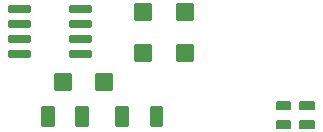
<source format=gbr>
G04 Generated by CADint PCB *
%FSLAX44Y44*%
%MOMM*%
%IPPOS*%
%ADD14C,0.112500*%
%ADD15C,0.150000*%
%ADD11C,0.152400*%
%ADD12C,0.200000*%
%ADD22C,0.203200*%
%ADD16C,0.225000*%
%ADD10C,0.250000*%
%ADD13C,0.254000*%
%ADD17C,0.262500*%
%ADD18C,1.905000*%
%ADD19C,2.727200*%
%ADD20C,2.997200*%
%ADD26R,0.896000X1.546000*%
%ADD21R,1.023000X1.673000*%
%ADD27R,1.146800X0.596800*%
%ADD24R,1.270000X1.270000*%
%ADD23R,1.273800X0.723800*%
%ADD25R,1.651000X0.381000*%
%LNPasteMask_Top*%
%LPD*%
D27*
X259000Y182000D03*
D22*
X253266Y179016D02*
X264734D01*
Y184984D01*
X253266D01*
Y179016D01*
D27*
X259000Y198000D03*
D22*
X253266Y195016D02*
X264734D01*
Y200984D01*
X253266D01*
Y195016D01*
D27*
X279000Y182000D03*
D22*
X273266Y179016D02*
X284734D01*
Y184984D01*
X273266D01*
Y179016D01*
D27*
X279000Y198000D03*
D22*
X273266Y195016D02*
X284734D01*
Y200984D01*
X273266D01*
Y195016D01*
D26*
X88000Y189000D03*
D13*
X83520Y181270D02*
X92480D01*
Y196730D01*
X83520D01*
Y181270D01*
D26*
X59000Y189000D03*
D13*
X54520Y181270D02*
X63480D01*
Y196730D01*
X54520D01*
Y181270D01*
D26*
X151000Y189000D03*
D13*
X146520Y181270D02*
X155480D01*
Y196730D01*
X146520D01*
Y181270D01*
D26*
X122000Y189000D03*
D13*
X117520Y181270D02*
X126480D01*
Y196730D01*
X117520D01*
Y181270D01*
D24*
X72000Y218000D03*
D13*
X65650Y211650D02*
X78350D01*
Y224350D01*
X65650D01*
Y211650D01*
D24*
X106290Y218000D03*
D13*
X99940Y211650D02*
X112640D01*
Y224350D01*
X99940D01*
Y211650D01*
D24*
X140000Y242710D03*
D13*
X133650Y236360D02*
X146350D01*
Y249060D01*
X133650D01*
Y236360D01*
D24*
X140000Y277000D03*
D13*
X133650Y270650D02*
X146350D01*
Y283350D01*
X133650D01*
Y270650D01*
D24*
X175000Y242710D03*
D13*
X168650Y236360D02*
X181350D01*
Y249060D01*
X168650D01*
Y236360D01*
D24*
X175000Y277000D03*
D13*
X168650Y270650D02*
X181350D01*
Y283350D01*
X168650D01*
Y270650D01*
D25*
X35000Y280000D03*
D13*
X26745Y278095D02*
X43255D01*
Y281905D01*
X26745D01*
Y278095D01*
D25*
X35000Y267300D03*
D13*
X26745Y265395D02*
X43255D01*
Y269205D01*
X26745D01*
Y265395D01*
D25*
X35000Y254600D03*
D13*
X26745Y252695D02*
X43255D01*
Y256505D01*
X26745D01*
Y252695D01*
D25*
X35000Y241900D03*
D13*
X26745Y239995D02*
X43255D01*
Y243805D01*
X26745D01*
Y239995D01*
D25*
X86816Y241900D03*
D13*
X78561Y239995D02*
X95071D01*
Y243805D01*
X78561D01*
Y239995D01*
D25*
X86816Y254600D03*
D13*
X78561Y252695D02*
X95071D01*
Y256505D01*
X78561D01*
Y252695D01*
D25*
X86816Y267300D03*
D13*
X78561Y265395D02*
X95071D01*
Y269205D01*
X78561D01*
Y265395D01*
D25*
X86816Y280000D03*
D13*
X78561Y278095D02*
X95071D01*
Y281905D01*
X78561D01*
Y278095D01*
M02*

</source>
